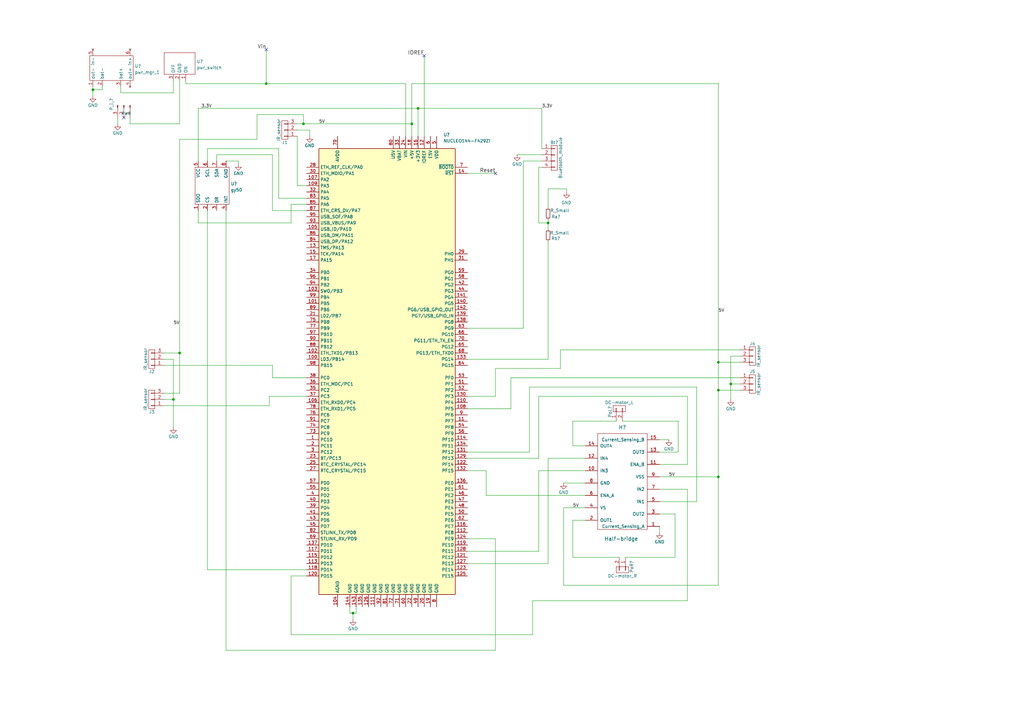
<source format=kicad_sch>
(kicad_sch (version 20211123) (generator eeschema)
  (paper "A3")
  (lib_symbols
    (symbol "Connector:Conn_01x03_Male" (pin_names (offset 1.016) hide)
      (property "Reference" "P_i_3" (at -4.7752 -3.9116 0))
      (property "Value" "PWR" (at 3.4544 3.048 90))
      (symbol "Conn_01x03_Male_1_1"
        (polyline (pts (xy 1.27 -2.54) (xy 0.8636 -2.54)) (stroke (width 0.1524)))
        (polyline (pts (xy 1.27 0) (xy 0.8636 0)) (stroke (width 0.1524)))
        (polyline (pts (xy 1.27 2.54) (xy 0.8636 2.54)) (stroke (width 0.1524)))
        (rectangle (start 0.8636 -2.413) (end 0 -2.667) (stroke (width 0.1524)) (fill (type outline)))
        (rectangle (start 0.8636 0.127) (end 0 -0.127) (stroke (width 0.1524)) (fill (type outline)))
        (rectangle (start 0.8636 2.667) (end 0 2.413) (stroke (width 0.1524)) (fill (type outline)))
        (pin passive line (at 5.08 2.54 180) (length 3.81) (name "Pin_1") (number "1"))
        (pin passive line (at 5.08 0 180) (length 3.81) (name "Pin_2") (number "2"))
        (pin bidirectional line (at 5.08 -2.54 180) (length 3.81) (name "Pin_3") (number "3"))
      )
    )
    (symbol "MCU_Module:NUCLEO144-F429ZI"
      (property "Reference" "U" (at -22.86 94.615 0))
      (property "Value" "NUCLEO144-F429ZI" (at -22.86 92.71 0))
      (symbol "NUCLEO144-F429ZI_0_1"
        (rectangle (start -27.94 -91.44) (end 27.94 91.44) (stroke (width 0.254)) (fill (type background)))
      )
      (symbol "NUCLEO144-F429ZI_1_1"
        (pin bidirectional line (at 33.02 -27.94 180) (length 5.08) (name "PC10") (number "1"))
        (pin no_connect line (at -33.02 55.88 0) (length 5.08) hide (name "NC") (number "10"))
        (pin bidirectional line (at 33.02 5.08 180) (length 5.08) (name "LD3/PB14") (number "100"))
        (pin bidirectional line (at 33.02 27.94 180) (length 5.08) (name "PB5") (number "101"))
        (pin bidirectional line (at 33.02 7.62 180) (length 5.08) (name "ETH_TXD1/PB13") (number "102"))
        (pin bidirectional line (at 33.02 33.02 180) (length 5.08) (name "SWO/PB3") (number "103"))
        (pin power_in line (at 20.32 -96.52 90) (length 5.08) (name "AGND") (number "104"))
        (pin bidirectional line (at 33.02 58.42 180) (length 5.08) (name "USB_ID/PA10") (number "105"))
        (pin bidirectional line (at 33.02 -12.7 180) (length 5.08) (name "ETH_RXD0/PC4") (number "106"))
        (pin bidirectional line (at 33.02 78.74 180) (length 5.08) (name "PA2") (number "107"))
        (pin bidirectional line (at -33.02 -15.24 0) (length 5.08) (name "PF5") (number "108"))
        (pin bidirectional line (at 33.02 76.2 180) (length 5.08) (name "PA3") (number "109"))
        (pin bidirectional line (at -33.02 -20.32 0) (length 5.08) (name "PF7") (number "11"))
        (pin bidirectional line (at -33.02 -12.7 0) (length 5.08) (name "PF4") (number "110"))
        (pin power_in line (at 5.08 -96.52 90) (length 5.08) (name "GND") (number "111"))
        (pin bidirectional line (at -33.02 -66.04 0) (length 5.08) (name "PE8") (number "112"))
        (pin bidirectional line (at 33.02 -78.74 180) (length 5.08) (name "PD13") (number "113"))
        (pin bidirectional line (at -33.02 -27.94 0) (length 5.08) (name "PF10") (number "114"))
        (pin bidirectional line (at 33.02 -76.2 180) (length 5.08) (name "PD12") (number "115"))
        (pin bidirectional line (at -33.02 -63.5 0) (length 5.08) (name "PE7") (number "116"))
        (pin bidirectional line (at 33.02 -73.66 180) (length 5.08) (name "PD11") (number "117"))
        (pin bidirectional line (at 33.02 -81.28 180) (length 5.08) (name "PD14") (number "118"))
        (pin bidirectional line (at -33.02 -71.12 0) (length 5.08) (name "PE10") (number "119"))
        (pin power_in line (at -15.24 96.52 270) (length 5.08) (name "IOREF") (number "12"))
        (pin bidirectional line (at 33.02 -83.82 180) (length 5.08) (name "PD15") (number "120"))
        (pin bidirectional line (at -33.02 -76.2 0) (length 5.08) (name "PE12") (number "121"))
        (pin bidirectional line (at -33.02 -38.1 0) (length 5.08) (name "PF14") (number "122"))
        (pin bidirectional line (at -33.02 -81.28 0) (length 5.08) (name "PE14") (number "123"))
        (pin bidirectional line (at -33.02 -68.58 0) (length 5.08) (name "PE9") (number "124"))
        (pin bidirectional line (at -33.02 -83.82 0) (length 5.08) (name "PE15") (number "125"))
        (pin power_in line (at 7.62 -96.52 90) (length 5.08) (name "GND") (number "126"))
        (pin bidirectional line (at -33.02 -78.74 0) (length 5.08) (name "PE13") (number "127"))
        (pin bidirectional line (at -33.02 -73.66 0) (length 5.08) (name "PE11") (number "128"))
        (pin bidirectional line (at -33.02 -35.56 0) (length 5.08) (name "PF13") (number "129"))
        (pin bidirectional line (at 33.02 50.8 180) (length 5.08) (name "TMS/PA13") (number "13"))
        (pin bidirectional line (at -33.02 -10.16 0) (length 5.08) (name "PF3") (number "130"))
        (pin bidirectional line (at -33.02 -33.02 0) (length 5.08) (name "PF12") (number "131"))
        (pin bidirectional line (at -33.02 -40.64 0) (length 5.08) (name "PF15") (number "132"))
        (pin bidirectional line (at -33.02 5.08 0) (length 5.08) (name "PG14") (number "133"))
        (pin bidirectional line (at -33.02 -30.48 0) (length 5.08) (name "PF11") (number "134"))
        (pin power_in line (at 10.16 -96.52 90) (length 5.08) (name "GND") (number "135"))
        (pin bidirectional line (at -33.02 -45.72 0) (length 5.08) (name "PE0") (number "136"))
        (pin bidirectional line (at 33.02 -71.12 180) (length 5.08) (name "PD10") (number "137"))
        (pin bidirectional line (at -33.02 20.32 0) (length 5.08) (name "PG8") (number "138"))
        (pin bidirectional line (at -33.02 22.86 0) (length 5.08) (name "PG7/USB_GPIO_IN") (number "139"))
        (pin input line (at -33.02 81.28 0) (length 5.08) (name "~{RST}") (number "14"))
        (pin bidirectional line (at -33.02 27.94 0) (length 5.08) (name "PG5") (number "140"))
        (pin bidirectional line (at -33.02 30.48 0) (length 5.08) (name "PG4") (number "141"))
        (pin bidirectional line (at -33.02 25.4 0) (length 5.08) (name "PG6/USB_GPIO_OUT") (number "142"))
        (pin power_in line (at 12.7 -96.52 90) (length 5.08) (name "GND") (number "143"))
        (pin power_in line (at 15.24 -96.52 90) (length 5.08) (name "GND") (number "144"))
        (pin bidirectional line (at 33.02 48.26 180) (length 5.08) (name "TCK/PA14") (number "15"))
        (pin power_in line (at -12.7 96.52 270) (length 5.08) (name "+3V3") (number "16"))
        (pin bidirectional line (at 33.02 45.72 180) (length 5.08) (name "PA15") (number "17"))
        (pin power_in line (at -10.16 96.52 270) (length 5.08) (name "+5V") (number "18"))
        (pin power_in line (at -17.78 -96.52 90) (length 5.08) (name "GND") (number "19"))
        (pin bidirectional line (at 33.02 -30.48 180) (length 5.08) (name "PC11") (number "2"))
        (pin power_in line (at -15.24 -96.52 90) (length 5.08) (name "GND") (number "20"))
        (pin bidirectional line (at 33.02 22.86 180) (length 5.08) (name "LD2/PB7") (number "21"))
        (pin power_in line (at -10.16 -96.52 90) (length 5.08) (name "GND") (number "22"))
        (pin bidirectional line (at 33.02 -35.56 180) (length 5.08) (name "BT/PC13") (number "23"))
        (pin power_in line (at -7.62 96.52 270) (length 5.08) (name "VIN") (number "24"))
        (pin bidirectional line (at 33.02 -38.1 180) (length 5.08) (name "RTC_CRYSTAL/PC14") (number "25"))
        (pin no_connect line (at -33.02 58.42 0) (length 5.08) hide (name "NC") (number "26"))
        (pin bidirectional line (at 33.02 -40.64 180) (length 5.08) (name "RTC_CRYSTAL/PC15") (number "27"))
        (pin bidirectional line (at 33.02 83.82 180) (length 5.08) (name "ETH_REF_CLK/PA0") (number "28"))
        (pin bidirectional line (at -33.02 48.26 0) (length 5.08) (name "PH0") (number "29"))
        (pin bidirectional line (at 33.02 -33.02 180) (length 5.08) (name "PC12") (number "3"))
        (pin bidirectional line (at 33.02 81.28 180) (length 5.08) (name "ETH_MDIO/PA1") (number "30"))
        (pin bidirectional line (at -33.02 45.72 0) (length 5.08) (name "PH1") (number "31"))
        (pin bidirectional line (at 33.02 73.66 180) (length 5.08) (name "PA4") (number "32"))
        (pin power_in line (at -5.08 96.52 270) (length 5.08) (name "VBAT") (number "33"))
        (pin bidirectional line (at 33.02 40.64 180) (length 5.08) (name "PB0") (number "34"))
        (pin bidirectional line (at 33.02 -7.62 180) (length 5.08) (name "PC2") (number "35"))
        (pin bidirectional line (at 33.02 -5.08 180) (length 5.08) (name "ETH_MDC/PC1") (number "36"))
        (pin bidirectional line (at 33.02 -10.16 180) (length 5.08) (name "PC3") (number "37"))
        (pin bidirectional line (at 33.02 -2.54 180) (length 5.08) (name "PC0") (number "38"))
        (pin bidirectional line (at 33.02 -55.88 180) (length 5.08) (name "PD4") (number "39"))
        (pin bidirectional line (at 33.02 -50.8 180) (length 5.08) (name "PD2") (number "4"))
        (pin bidirectional line (at 33.02 -53.34 180) (length 5.08) (name "PD3") (number "40"))
        (pin bidirectional line (at 33.02 -58.42 180) (length 5.08) (name "PD5") (number "41"))
        (pin bidirectional line (at -33.02 35.56 0) (length 5.08) (name "PG2") (number "42"))
        (pin bidirectional line (at 33.02 -60.96 180) (length 5.08) (name "PD6") (number "43"))
        (pin bidirectional line (at -33.02 33.02 0) (length 5.08) (name "PG3") (number "44"))
        (pin bidirectional line (at 33.02 -63.5 180) (length 5.08) (name "PD7") (number "45"))
        (pin bidirectional line (at -33.02 -50.8 0) (length 5.08) (name "PE2") (number "46"))
        (pin bidirectional line (at -33.02 -53.34 0) (length 5.08) (name "PE3") (number "47"))
        (pin bidirectional line (at -33.02 -55.88 0) (length 5.08) (name "PE4") (number "48"))
        (pin power_in line (at -12.7 -96.52 90) (length 5.08) (name "GND") (number "49"))
        (pin power_in line (at -20.32 96.52 270) (length 5.08) (name "VDD") (number "5"))
        (pin bidirectional line (at -33.02 -58.42 0) (length 5.08) (name "PE5") (number "50"))
        (pin bidirectional line (at -33.02 -5.08 0) (length 5.08) (name "PF1") (number "51"))
        (pin bidirectional line (at -33.02 -7.62 0) (length 5.08) (name "PF2") (number "52"))
        (pin bidirectional line (at -33.02 -2.54 0) (length 5.08) (name "PF0") (number "53"))
        (pin bidirectional line (at -33.02 -22.86 0) (length 5.08) (name "PF8") (number "54"))
        (pin bidirectional line (at 33.02 -48.26 180) (length 5.08) (name "PD1") (number "55"))
        (pin bidirectional line (at -33.02 -25.4 0) (length 5.08) (name "PF9") (number "56"))
        (pin bidirectional line (at 33.02 -45.72 180) (length 5.08) (name "PD0") (number "57"))
        (pin bidirectional line (at -33.02 38.1 0) (length 5.08) (name "PG1") (number "58"))
        (pin bidirectional line (at -33.02 40.64 0) (length 5.08) (name "PG0") (number "59"))
        (pin power_in line (at -17.78 96.52 270) (length 5.08) (name "E5V") (number "6"))
        (pin power_in line (at -7.62 -96.52 90) (length 5.08) (name "GND") (number "60"))
        (pin bidirectional line (at -33.02 -48.26 0) (length 5.08) (name "PE1") (number "61"))
        (pin bidirectional line (at -33.02 -60.96 0) (length 5.08) (name "PE6") (number "62"))
        (pin bidirectional line (at -33.02 17.78 0) (length 5.08) (name "PG9") (number "63"))
        (pin bidirectional line (at -33.02 2.54 0) (length 5.08) (name "PG15") (number "64"))
        (pin bidirectional line (at -33.02 10.16 0) (length 5.08) (name "PG12") (number "65"))
        (pin bidirectional line (at -33.02 15.24 0) (length 5.08) (name "PG10") (number "66"))
        (pin no_connect line (at -33.02 53.34 0) (length 5.08) hide (name "NC") (number "67"))
        (pin bidirectional line (at -33.02 7.62 0) (length 5.08) (name "PG13/ETH_TXD0") (number "68"))
        (pin bidirectional line (at 33.02 -68.58 180) (length 5.08) (name "STLINK_RX/PD9") (number "69"))
        (pin input line (at -33.02 83.82 0) (length 5.08) (name "~{BOOT0}") (number "7"))
        (pin bidirectional line (at -33.02 12.7 0) (length 5.08) (name "PG11/ETH_TX_EN") (number "70"))
        (pin power_in line (at -5.08 -96.52 90) (length 5.08) (name "GND") (number "71"))
        (pin power_in line (at -2.54 -96.52 90) (length 5.08) (name "GND") (number "72"))
        (pin bidirectional line (at 33.02 -25.4 180) (length 5.08) (name "PC9") (number "73"))
        (pin bidirectional line (at 33.02 -22.86 180) (length 5.08) (name "PC8") (number "74"))
        (pin bidirectional line (at 33.02 20.32 180) (length 5.08) (name "PB8") (number "75"))
        (pin bidirectional line (at 33.02 -17.78 180) (length 5.08) (name "PC6") (number "76"))
        (pin bidirectional line (at 33.02 17.78 180) (length 5.08) (name "PB9") (number "77"))
        (pin bidirectional line (at 33.02 -15.24 180) (length 5.08) (name "ETH_RXD1/PC5") (number "78"))
        (pin power_in line (at 20.32 96.52 270) (length 5.08) (name "AVDD") (number "79"))
        (pin power_in line (at -20.32 -96.52 90) (length 5.08) (name "GND") (number "8"))
        (pin power_in line (at -2.54 96.52 270) (length 5.08) (name "U5V") (number "80"))
        (pin power_in line (at 0 -96.52 90) (length 5.08) (name "GND") (number "81"))
        (pin bidirectional line (at 33.02 -66.04 180) (length 5.08) (name "STLINK_TX/PD8") (number "82"))
        (pin bidirectional line (at 33.02 71.12 180) (length 5.08) (name "PA5") (number "83"))
        (pin bidirectional line (at 33.02 53.34 180) (length 5.08) (name "USB_DP/PA12") (number "84"))
        (pin bidirectional line (at 33.02 68.58 180) (length 5.08) (name "PA6") (number "85"))
        (pin bidirectional line (at 33.02 55.88 180) (length 5.08) (name "USB_DM/PA11") (number "86"))
        (pin bidirectional line (at 33.02 66.04 180) (length 5.08) (name "ETH_CRS_DV/PA7") (number "87"))
        (pin bidirectional line (at 33.02 10.16 180) (length 5.08) (name "PB12") (number "88"))
        (pin bidirectional line (at 33.02 25.4 180) (length 5.08) (name "PB6") (number "89"))
        (pin bidirectional line (at -33.02 -17.78 0) (length 5.08) (name "PF6") (number "9"))
        (pin bidirectional line (at 33.02 12.7 180) (length 5.08) (name "PB11") (number "90"))
        (pin bidirectional line (at 33.02 -20.32 180) (length 5.08) (name "PC7") (number "91"))
        (pin power_in line (at 2.54 -96.52 90) (length 5.08) (name "GND") (number "92"))
        (pin bidirectional line (at 33.02 60.96 180) (length 5.08) (name "USB_VBUS/PA9") (number "93"))
        (pin bidirectional line (at 33.02 35.56 180) (length 5.08) (name "PB2") (number "94"))
        (pin bidirectional line (at 33.02 63.5 180) (length 5.08) (name "USB_SOF/PA8") (number "95"))
        (pin bidirectional line (at 33.02 38.1 180) (length 5.08) (name "PB1") (number "96"))
        (pin bidirectional line (at 33.02 15.24 180) (length 5.08) (name "PB10") (number "97"))
        (pin bidirectional line (at 33.02 2.54 180) (length 5.08) (name "PB15") (number "98"))
        (pin bidirectional line (at 33.02 30.48 180) (length 5.08) (name "PB4") (number "99"))
      )
    )
    (symbol "ardu_auto2_0-rescue:CONN_01X02-Arduino_shield-rescue" (pin_names (offset 1.016) hide)
      (property "Reference" "J" (at 0 3.81 0))
      (property "Value" "CONN_01X02-Arduino_shield-rescue" (at 2.54 0 90))
      (symbol "CONN_01X02-Arduino_shield-rescue_0_1"
        (rectangle (start -1.27 -1.143) (end 0.254 -1.397))
        (rectangle (start -1.27 1.397) (end 0.254 1.143))
        (rectangle (start -1.27 2.54) (end 1.27 -2.54))
      )
      (symbol "CONN_01X02-Arduino_shield-rescue_1_1"
        (pin passive line (at -5.08 1.27 0) (length 3.81) (name "P1") (number "1"))
        (pin passive line (at -5.08 -1.27 0) (length 3.81) (name "P2") (number "2"))
      )
    )
    (symbol "ardu_auto2_0-rescue:CONN_01X03-Arduino_shield-rescue" (pin_names (offset 1.016) hide)
      (property "Reference" "J" (at 0 5.08 0))
      (property "Value" "CONN_01X03-Arduino_shield-rescue" (at 2.54 0 90))
      (symbol "CONN_01X03-Arduino_shield-rescue_0_1"
        (rectangle (start -1.27 -2.413) (end 0.254 -2.667))
        (rectangle (start -1.27 0.127) (end 0.254 -0.127))
        (rectangle (start -1.27 2.667) (end 0.254 2.413))
        (rectangle (start -1.27 3.81) (end 1.27 -3.81))
      )
      (symbol "CONN_01X03-Arduino_shield-rescue_1_1"
        (pin passive line (at -5.08 2.54 0) (length 3.81) (name "P1") (number "1"))
        (pin passive line (at -5.08 0 0) (length 3.81) (name "P2") (number "2"))
        (pin passive line (at -5.08 -2.54 0) (length 3.81) (name "P3") (number "3"))
      )
    )
    (symbol "ardu_auto2_0-rescue:CONN_01X04-Arduino_shield-rescue" (pin_names (offset 1.016) hide)
      (property "Reference" "J" (at 0 6.35 0))
      (property "Value" "CONN_01X04-Arduino_shield-rescue" (at 2.54 0 90))
      (symbol "CONN_01X04-Arduino_shield-rescue_0_1"
        (rectangle (start -1.27 -3.683) (end 0.254 -3.937))
        (rectangle (start -1.27 -1.143) (end 0.254 -1.397))
        (rectangle (start -1.27 1.397) (end 0.254 1.143))
        (rectangle (start -1.27 3.937) (end 0.254 3.683))
        (rectangle (start -1.27 5.08) (end 1.27 -5.08))
      )
      (symbol "CONN_01X04-Arduino_shield-rescue_1_1"
        (pin passive line (at -5.08 3.81 0) (length 3.81) (name "P1") (number "1"))
        (pin passive line (at -5.08 1.27 0) (length 3.81) (name "P2") (number "2"))
        (pin passive line (at -5.08 -1.27 0) (length 3.81) (name "P3") (number "3"))
        (pin passive line (at -5.08 -3.81 0) (length 3.81) (name "P4") (number "4"))
      )
    )
    (symbol "ardu_auto2_0-rescue:Half-bridge-Arduino_shield-rescue" (pin_names (offset 1.016))
      (property "Reference" "U" (at -15.24 40.64 0))
      (property "Value" "Half-bridge-Arduino_shield-rescue" (at -13.97 -5.08 0))
      (symbol "Half-bridge-Arduino_shield-rescue_0_1"
        (rectangle (start -25.4 38.1) (end -5.08 -1.27))
      )
      (symbol "Half-bridge-Arduino_shield-rescue_1_1"
        (pin input line (at 0 0 180) (length 5.08) (name "Current_Sensing_A") (number "1"))
        (pin input line (at -30.48 22.86 0) (length 5.08) (name "IN3") (number "10"))
        (pin input line (at 0 25.4 180) (length 5.08) (name "ENA_B") (number "11"))
        (pin input line (at -30.48 27.94 0) (length 5.08) (name "IN4") (number "12"))
        (pin input line (at 0 30.48 180) (length 5.08) (name "OUT3") (number "13"))
        (pin input line (at -30.48 33.02 0) (length 5.08) (name "OUT4") (number "14"))
        (pin input line (at 0 35.56 180) (length 5.08) (name "Current_Sensing_B") (number "15"))
        (pin input line (at -30.48 2.54 0) (length 5.08) (name "OUT1") (number "2"))
        (pin input line (at 0 5.08 180) (length 5.08) (name "OUT2") (number "3"))
        (pin input line (at -30.48 7.62 0) (length 5.08) (name "VS") (number "4"))
        (pin input line (at 0 10.16 180) (length 5.08) (name "IN1") (number "5"))
        (pin input line (at -30.48 12.7 0) (length 5.08) (name "ENA_A") (number "6"))
        (pin input line (at 0 15.24 180) (length 5.08) (name "IN2") (number "7"))
        (pin input line (at -30.48 17.78 0) (length 5.08) (name "GND") (number "8"))
        (pin input line (at 0 20.32 180) (length 5.08) (name "VSS") (number "9"))
      )
    )
    (symbol "ardu_auto2_0-rescue:R_Small-Arduino_shield-rescue" (pin_numbers hide) (pin_names (offset 0.254) hide)
      (property "Reference" "R" (at 0.762 0.508 0))
      (property "Value" "R_Small-Arduino_shield-rescue" (at 0.762 -1.016 0))
      (symbol "R_Small-Arduino_shield-rescue_0_1"
        (rectangle (start -0.762 1.778) (end 0.762 -1.778) (stroke (width 0.2032)))
      )
      (symbol "R_Small-Arduino_shield-rescue_1_1"
        (pin passive line (at 0 2.54 270) (length 0.762) (name "~") (number "1"))
        (pin passive line (at 0 -2.54 90) (length 0.762) (name "~") (number "2"))
      )
    )
    (symbol "power:GND" (power) (pin_names (offset 0))
      (property "Value" "GND" (at 0 -3.81 0))
      (symbol "GND_0_1"
        (polyline (pts (xy 0 0) (xy 0 -1.27) (xy 1.27 -1.27) (xy 0 -2.54) (xy -1.27 -1.27) (xy 0 -1.27)))
      )
      (symbol "GND_1_1"
        (pin power_in line (at 0 0 270) (length 0) hide (name "GND") (number "1"))
      )
    )
    (symbol "pwr_mgr:gy50"
      (property "Reference" "U3" (at 13.335 10.9947 0))
      (property "Value" "gy50" (at 13.335 8.4578 0))
      (symbol "gy50_0_1"
        (rectangle (start -1.27 17.78) (end 12.7 2.54))
      )
      (symbol "gy50_1_1"
        (pin output line (at 0 0 90) (length 2.54) (name "SDO") (number "1"))
        (pin output line (at 3.81 0 90) (length 2.54) (name "CS") (number "2"))
        (pin output line (at 7.62 0 90) (length 2.54) (name "DR") (number "3"))
        (pin output line (at 11.43 0 90) (length 2.54) (name "INT") (number "4"))
        (pin input line (at 0 20.32 270) (length 2.54) (name "VCC") (number "5"))
        (pin input line (at 3.81 20.32 270) (length 2.54) (name "SCL") (number "6"))
        (pin bidirectional line (at 7.62 20.32 270) (length 2.54) (name "SDA") (number "7"))
        (pin bidirectional line (at 11.43 20.32 270) (length 2.54) (name "GND") (number "8"))
      )
    )
    (symbol "pwr_mgr:pwr_mgr_1"
      (property "Reference" "U1" (at 17.145 8.4547 0))
      (property "Value" "pwr_mgr_1" (at 17.145 5.9178 0))
      (symbol "pwr_mgr_1_0_1"
        (rectangle (start -1.27 12.7) (end 16.51 2.54))
      )
      (symbol "pwr_mgr_1_1_1"
        (pin bidirectional line (at 0 0 90) (length 2.54) (name "out-") (number "1"))
        (pin power_out line (at 3.81 0 90) (length 2.54) (name "bat-") (number "2"))
        (pin output line (at 11.43 0 90) (length 2.54) (name "bat+") (number "3"))
        (pin no_connect line (at 15.24 0 90) (length 2.54) (name "out+") (number "4"))
        (pin no_connect line (at 0 15.24 270) (length 2.54) (name "in-") (number "5"))
        (pin no_connect line (at 15.24 15.24 270) (length 2.54) (name "in+") (number "6"))
      )
    )
    (symbol "pwr_mgr:pwr_switch"
      (property "Reference" "U" (at 0 -10.16 0))
      (property "Value" "pwr_switch" (at 0 -7.62 0))
      (symbol "pwr_switch_0_1"
        (rectangle (start -6.35 -2.54) (end 6.35 -11.43))
      )
      (symbol "pwr_switch_1_1"
        (pin input line (at -2.54 0 270) (length 2.54) (name "ON") (number "1"))
        (pin input line (at 0 0 270) (length 2.54) (name "GND") (number "2"))
        (pin input line (at 2.54 0 270) (length 2.54) (name "OFF") (number "3"))
      )
    )
  )
  (junction (at 124.46 50.8))
  (junction (at 73.66 144.78))
  (junction (at 109.22 34.29))
  (junction (at 299.72 157.48))
  (junction (at 294.64 195.58))
  (junction (at 71.12 163.83))
  (junction (at 224.79 91.44))
  (junction (at 171.45 44.45))
  (junction (at 294.64 160.02))
  (junction (at 144.78 251.46))
  (junction (at 168.91 50.8))
  (junction (at 294.64 148.59))
  (junction (at 38.1 36.83))
  (no_connect (at 203.2 71.12))
  (no_connect (at 173.99 22.86))
  (no_connect (at 50.8 48.26))
  (no_connect (at 109.22 20.32))
  (wire (pts (xy 231.14 208.28) (xy 240.03 208.28)))
  (wire (pts (xy 88.9 63.5) (xy 111.76 63.5)))
  (wire (pts (xy 270.51 185.42) (xy 278.13 185.42)))
  (wire (pts (xy 294.64 34.29) (xy 294.64 148.59)))
  (wire (pts (xy 67.31 149.86) (xy 111.76 149.86)))
  (wire (pts (xy 81.28 44.45) (xy 81.28 66.04)))
  (wire (pts (xy 294.64 34.29) (xy 168.91 34.29)))
  (wire (pts (xy 255.27 172.72) (xy 278.13 172.72)))
  (wire (pts (xy 67.31 163.83) (xy 71.12 163.83)))
  (wire (pts (xy 67.31 166.37) (xy 110.49 166.37)))
  (wire (pts (xy 92.71 66.04) (xy 97.79 66.04)))
  (wire (pts (xy 270.51 205.74) (xy 285.75 205.74)))
  (wire (pts (xy 270.51 195.58) (xy 294.64 195.58)))
  (wire (pts (xy 71.12 163.83) (xy 71.12 175.26)))
  (wire (pts (xy 224.79 231.14) (xy 191.77 231.14)))
  (wire (pts (xy 234.95 213.36) (xy 240.03 213.36)))
  (wire (pts (xy 224.79 187.96) (xy 224.79 231.14)))
  (wire (pts (xy 53.34 48.26) (xy 53.34 50.8)))
  (wire (pts (xy 85.09 60.96) (xy 114.3 60.96)))
  (wire (pts (xy 92.71 266.7) (xy 203.2 266.7)))
  (wire (pts (xy 199.39 203.2) (xy 199.39 193.04)))
  (wire (pts (xy 124.46 50.8) (xy 168.91 50.8)))
  (wire (pts (xy 303.53 154.94) (xy 209.55 154.94)))
  (wire (pts (xy 73.66 57.15) (xy 105.41 57.15)))
  (wire (pts (xy 270.51 215.9) (xy 270.51 218.44)))
  (wire (pts (xy 166.37 55.88) (xy 166.37 34.29)))
  (wire (pts (xy 81.28 86.36) (xy 81.28 91.44)))
  (wire (pts (xy 294.64 160.02) (xy 294.64 195.58)))
  (wire (pts (xy 224.79 85.09) (xy 224.79 77.47)))
  (wire (pts (xy 121.92 55.88) (xy 121.92 76.2)))
  (wire (pts (xy 229.87 151.13) (xy 203.2 151.13)))
  (wire (pts (xy 67.31 147.32) (xy 71.12 147.32)))
  (wire (pts (xy 48.26 48.26) (xy 48.26 50.8)))
  (wire (pts (xy 294.64 160.02) (xy 303.53 160.02)))
  (wire (pts (xy 124.46 46.99) (xy 124.46 50.8)))
  (wire (pts (xy 294.64 148.59) (xy 303.53 148.59)))
  (wire (pts (xy 254 228.6) (xy 234.95 228.6)))
  (wire (pts (xy 218.44 246.38) (xy 218.44 260.35)))
  (wire (pts (xy 121.92 53.34) (xy 127 53.34)))
  (wire (pts (xy 224.79 147.32) (xy 191.77 147.32)))
  (wire (pts (xy 111.76 63.5) (xy 111.76 86.36)))
  (wire (pts (xy 191.77 71.12) (xy 203.2 71.12)))
  (wire (pts (xy 144.78 251.46) (xy 144.78 254)))
  (wire (pts (xy 222.25 44.45) (xy 171.45 44.45)))
  (wire (pts (xy 127 53.34) (xy 127 55.88)))
  (wire (pts (xy 218.44 260.35) (xy 119.38 260.35)))
  (wire (pts (xy 92.71 86.36) (xy 92.71 266.7)))
  (wire (pts (xy 220.98 162.56) (xy 220.98 187.96)))
  (wire (pts (xy 299.72 157.48) (xy 303.53 157.48)))
  (wire (pts (xy 252.73 172.72) (xy 234.95 172.72)))
  (wire (pts (xy 146.05 251.46) (xy 144.78 251.46)))
  (wire (pts (xy 85.09 60.96) (xy 85.09 66.04)))
  (wire (pts (xy 224.79 77.47) (xy 232.41 77.47)))
  (wire (pts (xy 114.3 60.96) (xy 114.3 81.28)))
  (wire (pts (xy 229.87 143.51) (xy 303.53 143.51)))
  (wire (pts (xy 111.76 149.86) (xy 111.76 154.94)))
  (wire (pts (xy 234.95 172.72) (xy 234.95 182.88)))
  (wire (pts (xy 217.17 158.75) (xy 217.17 185.42)))
  (wire (pts (xy 119.38 91.44) (xy 119.38 83.82)))
  (wire (pts (xy 224.79 90.17) (xy 224.79 91.44)))
  (wire (pts (xy 212.09 63.5) (xy 222.25 63.5)))
  (wire (pts (xy 240.03 203.2) (xy 199.39 203.2)))
  (wire (pts (xy 234.95 228.6) (xy 234.95 213.36)))
  (wire (pts (xy 220.98 68.58) (xy 220.98 91.44)))
  (wire (pts (xy 53.34 50.8) (xy 73.66 50.8)))
  (wire (pts (xy 209.55 167.64) (xy 191.77 167.64)))
  (wire (pts (xy 71.12 147.32) (xy 71.12 163.83)))
  (wire (pts (xy 214.63 134.62) (xy 191.77 134.62)))
  (wire (pts (xy 114.3 81.28) (xy 125.73 81.28)))
  (wire (pts (xy 276.86 228.6) (xy 276.86 210.82)))
  (wire (pts (xy 38.1 36.83) (xy 38.1 39.37)))
  (wire (pts (xy 294.64 148.59) (xy 294.64 160.02)))
  (wire (pts (xy 146.05 248.92) (xy 146.05 251.46)))
  (wire (pts (xy 234.95 182.88) (xy 240.03 182.88)))
  (wire (pts (xy 281.94 200.66) (xy 281.94 246.38)))
  (wire (pts (xy 173.99 22.86) (xy 173.99 55.88)))
  (wire (pts (xy 143.51 248.92) (xy 143.51 251.46)))
  (wire (pts (xy 217.17 185.42) (xy 191.77 185.42)))
  (wire (pts (xy 278.13 185.42) (xy 278.13 172.72)))
  (wire (pts (xy 121.92 76.2) (xy 125.73 76.2)))
  (wire (pts (xy 76.2 33.02) (xy 76.2 34.29)))
  (wire (pts (xy 105.41 46.99) (xy 124.46 46.99)))
  (wire (pts (xy 199.39 193.04) (xy 191.77 193.04)))
  (wire (pts (xy 119.38 260.35) (xy 119.38 236.22)))
  (wire (pts (xy 41.91 36.83) (xy 38.1 36.83)))
  (wire (pts (xy 222.25 66.04) (xy 214.63 66.04)))
  (wire (pts (xy 299.72 146.05) (xy 299.72 157.48)))
  (wire (pts (xy 270.51 180.34) (xy 274.32 180.34)))
  (wire (pts (xy 119.38 83.82) (xy 125.73 83.82)))
  (wire (pts (xy 224.79 99.06) (xy 224.79 147.32)))
  (wire (pts (xy 125.73 233.68) (xy 85.09 233.68)))
  (wire (pts (xy 110.49 162.56) (xy 125.73 162.56)))
  (wire (pts (xy 171.45 44.45) (xy 171.45 55.88)))
  (wire (pts (xy 81.28 44.45) (xy 171.45 44.45)))
  (wire (pts (xy 41.91 35.56) (xy 41.91 36.83)))
  (wire (pts (xy 229.87 143.51) (xy 229.87 151.13)))
  (wire (pts (xy 67.31 161.29) (xy 73.66 161.29)))
  (wire (pts (xy 220.98 226.06) (xy 191.77 226.06)))
  (wire (pts (xy 88.9 66.04) (xy 88.9 63.5)))
  (wire (pts (xy 168.91 34.29) (xy 168.91 50.8)))
  (wire (pts (xy 119.38 236.22) (xy 125.73 236.22)))
  (wire (pts (xy 73.66 144.78) (xy 73.66 161.29)))
  (wire (pts (xy 281.94 246.38) (xy 218.44 246.38)))
  (wire (pts (xy 143.51 251.46) (xy 144.78 251.46)))
  (wire (pts (xy 231.14 198.12) (xy 240.03 198.12)))
  (wire (pts (xy 214.63 66.04) (xy 214.63 134.62)))
  (wire (pts (xy 209.55 154.94) (xy 209.55 167.64)))
  (wire (pts (xy 270.51 200.66) (xy 281.94 200.66)))
  (wire (pts (xy 110.49 166.37) (xy 110.49 162.56)))
  (wire (pts (xy 49.53 35.56) (xy 49.53 38.1)))
  (wire (pts (xy 222.25 60.96) (xy 222.25 44.45)))
  (wire (pts (xy 285.75 158.75) (xy 217.17 158.75)))
  (wire (pts (xy 276.86 210.82) (xy 270.51 210.82)))
  (wire (pts (xy 232.41 77.47) (xy 232.41 78.74)))
  (wire (pts (xy 97.79 66.04) (xy 97.79 67.31)))
  (wire (pts (xy 85.09 233.68) (xy 85.09 86.36)))
  (wire (pts (xy 111.76 86.36) (xy 125.73 86.36)))
  (wire (pts (xy 168.91 50.8) (xy 168.91 55.88)))
  (wire (pts (xy 299.72 157.48) (xy 299.72 163.83)))
  (wire (pts (xy 281.94 162.56) (xy 220.98 162.56)))
  (wire (pts (xy 73.66 57.15) (xy 73.66 144.78)))
  (wire (pts (xy 109.22 34.29) (xy 109.22 20.32)))
  (wire (pts (xy 111.76 154.94) (xy 125.73 154.94)))
  (wire (pts (xy 73.66 50.8) (xy 73.66 33.02)))
  (wire (pts (xy 49.53 38.1) (xy 71.12 38.1)))
  (wire (pts (xy 231.14 240.03) (xy 231.14 208.28)))
  (wire (pts (xy 303.53 146.05) (xy 299.72 146.05)))
  (wire (pts (xy 270.51 190.5) (xy 281.94 190.5)))
  (wire (pts (xy 222.25 68.58) (xy 220.98 68.58)))
  (wire (pts (xy 256.54 228.6) (xy 276.86 228.6)))
  (wire (pts (xy 240.03 187.96) (xy 224.79 187.96)))
  (wire (pts (xy 203.2 151.13) (xy 203.2 162.56)))
  (wire (pts (xy 220.98 187.96) (xy 191.77 187.96)))
  (wire (pts (xy 285.75 205.74) (xy 285.75 158.75)))
  (wire (pts (xy 76.2 34.29) (xy 109.22 34.29)))
  (wire (pts (xy 203.2 220.98) (xy 191.77 220.98)))
  (wire (pts (xy 240.03 193.04) (xy 220.98 193.04)))
  (wire (pts (xy 220.98 91.44) (xy 224.79 91.44)))
  (wire (pts (xy 38.1 35.56) (xy 38.1 36.83)))
  (wire (pts (xy 294.64 195.58) (xy 294.64 240.03)))
  (wire (pts (xy 203.2 266.7) (xy 203.2 220.98)))
  (wire (pts (xy 224.79 91.44) (xy 224.79 93.98)))
  (wire (pts (xy 121.92 50.8) (xy 124.46 50.8)))
  (wire (pts (xy 71.12 38.1) (xy 71.12 33.02)))
  (wire (pts (xy 281.94 190.5) (xy 281.94 162.56)))
  (wire (pts (xy 166.37 34.29) (xy 109.22 34.29)))
  (wire (pts (xy 81.28 91.44) (xy 119.38 91.44)))
  (wire (pts (xy 105.41 57.15) (xy 105.41 46.99)))
  (wire (pts (xy 67.31 144.78) (xy 73.66 144.78)))
  (wire (pts (xy 294.64 240.03) (xy 231.14 240.03)))
  (wire (pts (xy 203.2 162.56) (xy 191.77 162.56)))
  (wire (pts (xy 220.98 193.04) (xy 220.98 226.06)))
  (label "5V" (at 130.81 50.8 0))
  (label "3.3V" (at 82.55 44.45 0))
  (label "5V" (at 294.64 128.27 0))
  (label "Vin" (at 109.22 20.32 180) (effects (font (size 1.524 1.524))))
  (label "5V" (at 274.32 195.58 0))
  (label "3.3V" (at 222.25 44.45 0))
  (label "Reset" (at 203.2 71.12 180) (effects (font (size 1.524 1.524))))
  (label "5V" (at 234.95 208.28 0))
  (label "IOREF" (at 173.99 22.86 180) (effects (font (size 1.524 1.524))))
  (label "5V" (at 73.66 133.35 180))
  (symbol (lib_id "ardu_auto2_0-rescue:CONN_01X02-Arduino_shield-rescue") (at 255.27 233.68 270) (unit 1)
    (property "Reference" "PoR?" (at 259.08 232.41 0))
    (property "Value" "DC-motor_R" (at 255.27 236.22 90))
    (property "Footprint" "Connector_PinHeader_2.54mm:PinHeader_1x02_P2.54mm_Horizontal" (effects hide))
  )
  (symbol (lib_id "power:GND") (at 299.72 163.83 0) (unit 1)
    (property "Reference" "#PWR?" (effects hide))
    (property "Value" "GND" (at 299.72 167.64 0))
  )
  (symbol (lib_id "ardu_auto2_0-rescue:R_Small-Arduino_shield-rescue") (at 224.79 96.52 0) (mirror x) (unit 1)
    (property "Reference" "Rb?" (at 226.06 97.79 0) (effects (justify left)))
    (property "Value" "R_Small" (at 225.552 95.504 0) (effects (justify left)))
    (property "Footprint" "Connector_PinHeader_2.54mm:PinHeader_1x02_P2.54mm_Horizontal" (effects hide))
  )
  (symbol (lib_id "ardu_auto2_0-rescue:CONN_01X03-Arduino_shield-rescue") (at 308.61 146.05 0) (unit 1)
    (property "Reference" "J4" (at 308.61 140.97 0))
    (property "Value" "IR_sensor" (at 311.15 146.05 90))
    (property "Footprint" "Connector_PinHeader_2.54mm:PinHeader_1x03_P2.54mm_Vertical" (effects hide))
  )
  (symbol (lib_id "power:GND") (at 97.79 67.31 0) (unit 1)
    (property "Reference" "#PWR?" (effects hide))
    (property "Value" "GND" (at 97.79 71.12 0))
  )
  (symbol (lib_id "power:GND") (at 232.41 78.74 0) (mirror y) (unit 1)
    (property "Reference" "#PWR?" (effects hide))
    (property "Value" "GND" (at 232.283 83.1342 0))
  )
  (symbol (lib_id "power:GND") (at 212.09 63.5 0) (unit 1)
    (property "Reference" "#PWR?" (effects hide))
    (property "Value" "GND" (at 212.09 67.31 0))
  )
  (symbol (lib_id "power:GND") (at 127 55.88 0) (unit 1)
    (property "Reference" "#PWR?" (effects hide))
    (property "Value" "GND" (at 127 59.69 0))
  )
  (symbol (lib_id "pwr_mgr:pwr_mgr_1") (at 38.1 35.56 0) (unit 1)
    (property "Reference" "U?" (at 55.245 27.1053 0) (effects (justify left)))
    (property "Value" "pwr_mgr_1" (at 55.245 29.6422 0) (effects (justify left)))
    (property "Footprint" "pwr_mgr:pwr_mfr_1" (effects hide))
  )
  (symbol (lib_id "power:GND") (at 231.14 198.12 0) (unit 1)
    (property "Reference" "#PWR?" (effects hide))
    (property "Value" "GND" (at 231.14 201.93 0))
  )
  (symbol (lib_id "pwr_mgr:pwr_switch") (at 73.66 33.02 180) (unit 1)
    (property "Reference" "U?" (at 80.645 25.2003 0) (effects (justify right)))
    (property "Value" "pwr_switch" (at 80.645 27.7372 0) (effects (justify right)))
    (property "Footprint" "pwr_mgr:pwr_stw" (effects hide))
  )
  (symbol (lib_id "pwr_mgr:gy50") (at 81.28 86.36 0) (unit 1)
    (property "Reference" "U?" (at 94.615 75.3653 0) (effects (justify left)))
    (property "Value" "gy50" (at 94.615 77.9022 0) (effects (justify left)))
    (property "Footprint" "pwr_mgr:gy50" (effects hide))
  )
  (symbol (lib_id "ardu_auto2_0-rescue:Half-bridge-Arduino_shield-rescue") (at 270.51 215.9 0) (unit 1)
    (property "Reference" "H?" (at 255.27 175.26 0) (effects (font (size 1.524 1.524))))
    (property "Value" "Half-bridge" (at 254.8128 220.98 0) (effects (font (size 1.524 1.524))))
    (property "Footprint" "Halfbrifge:Half-bridge" (effects hide))
  )
  (symbol (lib_id "power:GND") (at 144.78 254 0) (unit 1)
    (property "Reference" "#PWR?" (effects hide))
    (property "Value" "GND" (at 144.78 257.81 0))
  )
  (symbol (lib_id "ardu_auto2_0-rescue:CONN_01X03-Arduino_shield-rescue") (at 62.23 163.83 180) (unit 1)
    (property "Reference" "J3" (at 62.23 168.91 0))
    (property "Value" "IR_sensor" (at 59.69 163.83 90))
    (property "Footprint" "Connector_PinHeader_2.54mm:PinHeader_1x03_P2.54mm_Vertical" (effects hide))
  )
  (symbol (lib_id "Connector:Conn_01x03_Male") (at 50.8 43.18 270) (unit 1)
    (property "Reference" "P_i_?" (at 45.6692 45.3136 0) (effects (justify right)))
    (property "Value" "PWR" (at 53.848 46.6344 90) (effects (justify right)))
    (property "Footprint" "Connector_PinHeader_2.54mm:PinHeader_1x03_P2.54mm_Horizontal" (effects hide))
  )
  (symbol (lib_id "ardu_auto2_0-rescue:CONN_01X03-Arduino_shield-rescue") (at 62.23 147.32 180) (unit 1)
    (property "Reference" "J2" (at 62.23 152.4 0))
    (property "Value" "IR_sensor" (at 59.69 147.32 90))
    (property "Footprint" "Connector_PinHeader_2.54mm:PinHeader_1x03_P2.54mm_Vertical" (effects hide))
  )
  (symbol (lib_id "ardu_auto2_0-rescue:CONN_01X04-Arduino_shield-rescue") (at 227.33 64.77 0) (unit 1)
    (property "Reference" "Bt?" (at 227.33 58.42 0))
    (property "Value" "Bluetooth_module" (at 229.87 64.77 90))
    (property "Footprint" "Connector_PinHeader_2.54mm:PinHeader_1x04_P2.54mm_Vertical" (effects hide))
  )
  (symbol (lib_id "MCU_Module:NUCLEO144-F429ZI") (at 158.75 152.4 0) (mirror y) (unit 1)
    (property "Reference" "U?" (at 181.8387 55.245 0) (effects (justify right)))
    (property "Value" "NUCLEO144-F429ZI" (at 181.8387 57.785 0) (effects (justify right)))
    (property "Footprint" "Module:ST_Morpho_Connector_144_STLink_MountingHoles" (effects hide))
    (property "Datasheet" "http://www.st.com/content/ccc/resource/technical/document/data_brief/group0/7b/df/1d/e9/64/55/43/8d/DM00247910/files/DM00247910.pdf/jcr:content/translations/en.DM00247910.pdf" (effects hide))
  )
  (symbol (lib_id "ardu_auto2_0-rescue:CONN_01X02-Arduino_shield-rescue") (at 254 167.64 90) (unit 1)
    (property "Reference" "PoL?" (at 250.19 168.91 0))
    (property "Value" "DC-motor_L" (at 254 165.1 90))
    (property "Footprint" "Connector_PinHeader_2.54mm:PinHeader_1x02_P2.54mm_Horizontal" (effects hide))
  )
  (symbol (lib_id "power:GND") (at 48.26 50.8 0) (unit 1)
    (property "Reference" "#PWR?" (effects hide))
    (property "Value" "GND" (at 48.26 54.61 0))
  )
  (symbol (lib_id "ardu_auto2_0-rescue:CONN_01X03-Arduino_shield-rescue") (at 308.61 157.48 0) (unit 1)
    (property "Reference" "J5" (at 308.61 152.4 0))
    (property "Value" "IR_sensor" (at 311.15 157.48 90))
    (property "Footprint" "Connector_PinHeader_2.54mm:PinHeader_1x03_P2.54mm_Vertical" (effects hide))
  )
  (symbol (lib_id "ardu_auto2_0-rescue:R_Small-Arduino_shield-rescue") (at 224.79 87.63 0) (mirror y) (unit 1)
    (property "Reference" "Ra?" (at 229.87 88.9 0) (effects (justify left)))
    (property "Value" "R_Small" (at 233.5022 86.3346 0) (effects (justify left)))
    (property "Footprint" "Connector_PinHeader_2.54mm:PinHeader_1x02_P2.54mm_Horizontal" (effects hide))
  )
  (symbol (lib_id "power:GND") (at 274.32 180.34 0) (unit 1)
    (property "Reference" "#PWR?" (effects hide))
    (property "Value" "GND" (at 274.32 184.15 0))
  )
  (symbol (lib_id "ardu_auto2_0-rescue:CONN_01X03-Arduino_shield-rescue") (at 116.84 53.34 180) (unit 1)
    (property "Reference" "J1" (at 116.84 58.42 0))
    (property "Value" "IR_sensor" (at 114.3 53.34 90))
    (property "Footprint" "Connector_PinHeader_2.54mm:PinHeader_1x03_P2.54mm_Vertical" (effects hide))
  )
  (symbol (lib_id "power:GND") (at 71.12 175.26 0) (unit 1)
    (property "Reference" "#PWR?" (effects hide))
    (property "Value" "GND" (at 71.12 179.07 0))
  )
  (symbol (lib_id "power:GND") (at 270.51 218.44 0) (unit 1)
    (property "Reference" "#PWR?" (effects hide))
    (property "Value" "GND" (at 270.51 222.25 0))
  )
  (symbol (lib_id "power:GND") (at 38.1 39.37 0) (unit 1)
    (property "Reference" "#PWR?" (effects hide))
    (property "Value" "GND" (at 38.1 43.18 0))
  )
)
</source>
